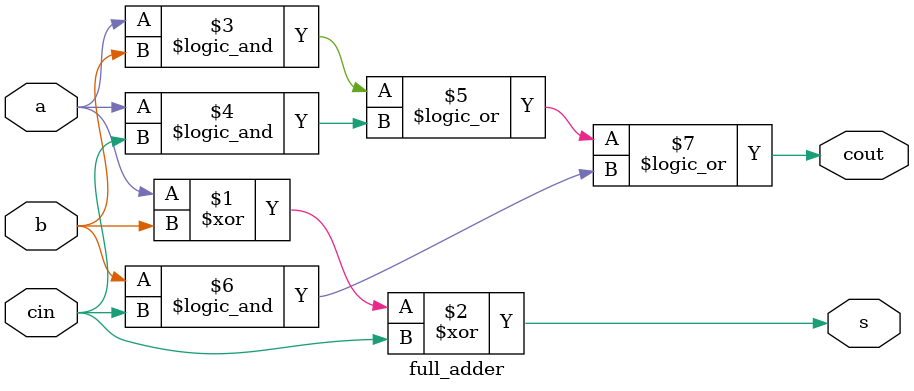
<source format=v>
module full_adder (input a, input b, input cin, output s, output cout);
    assign s = a ^ b ^ cin;
    assign cout = (a && b) || (a && cin) || (b && cin);
endmodule
</source>
